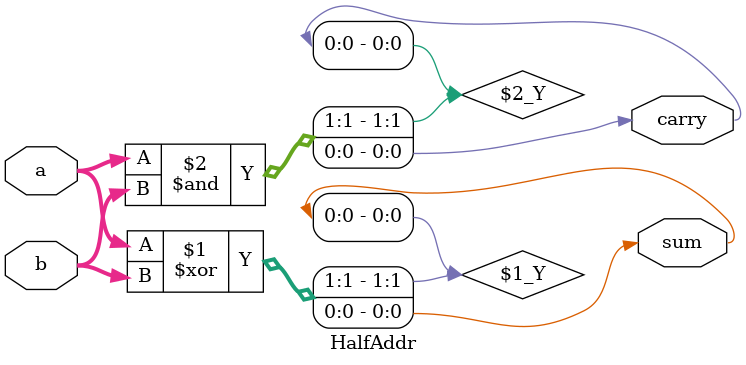
<source format=v>
`timescale 1ns/1ps
module HalfAddr(input [1:0]a,b, output sum,carry);
xor (sum,a,b);
and (carry,a,b);
endmodule

</source>
